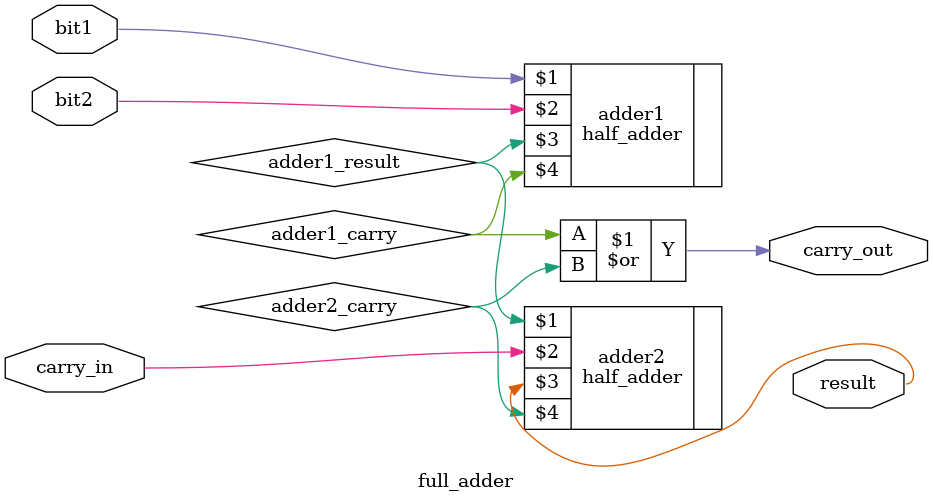
<source format=v>
`timescale 1 ns/1 ns
`include "counters/adders/half_adder/half_adder.v"
module full_adder(bit1, bit2, carry_in, result, carry_out);
input bit1;
input bit2;
input carry_in;

output result;
output carry_out;

wire adder1_carry, adder2_carry, adder1_result;

half_adder adder1(bit1, bit2, adder1_result, adder1_carry );
half_adder adder2(adder1_result, carry_in, result, adder2_carry);

or carry_out_calculator(carry_out, adder1_carry, adder2_carry);
endmodule
</source>
